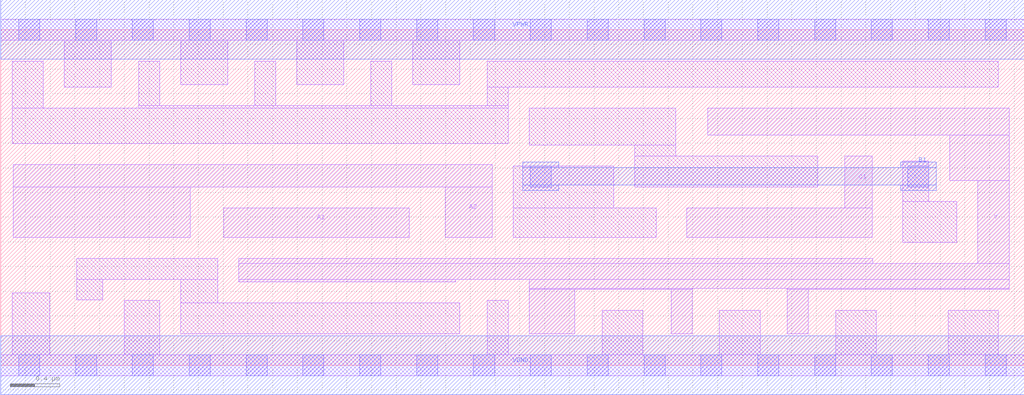
<source format=lef>
# Copyright 2020 The SkyWater PDK Authors
#
# Licensed under the Apache License, Version 2.0 (the "License");
# you may not use this file except in compliance with the License.
# You may obtain a copy of the License at
#
#     https://www.apache.org/licenses/LICENSE-2.0
#
# Unless required by applicable law or agreed to in writing, software
# distributed under the License is distributed on an "AS IS" BASIS,
# WITHOUT WARRANTIES OR CONDITIONS OF ANY KIND, either express or implied.
# See the License for the specific language governing permissions and
# limitations under the License.
#
# SPDX-License-Identifier: Apache-2.0

VERSION 5.7 ;
BUSBITCHARS "[]" ;
DIVIDERCHAR "/" ;
PROPERTYDEFINITIONS
  MACRO maskLayoutSubType STRING ;
  MACRO prCellType STRING ;
  MACRO originalViewName STRING ;
END PROPERTYDEFINITIONS
MACRO sky130_fd_sc_hdll__a211oi_4
  ORIGIN  0.000000  0.000000 ;
  CLASS CORE ;
  SYMMETRY X Y R90 ;
  SIZE  8.280000 BY  2.720000 ;
  SITE unithd ;
  PIN A1
    ANTENNAGATEAREA  1.110000 ;
    DIRECTION INPUT ;
    USE SIGNAL ;
    PORT
      LAYER li1 ;
        RECT 1.805000 1.035000 3.305000 1.275000 ;
    END
  END A1
  PIN A2
    ANTENNAGATEAREA  1.110000 ;
    DIRECTION INPUT ;
    USE SIGNAL ;
    PORT
      LAYER li1 ;
        RECT 0.100000 1.035000 1.535000 1.445000 ;
        RECT 0.100000 1.445000 3.975000 1.625000 ;
        RECT 3.595000 1.035000 3.975000 1.445000 ;
    END
  END A2
  PIN B1
    ANTENNAGATEAREA  0.555000 ;
    DIRECTION INPUT ;
    USE SIGNAL ;
    PORT
      LAYER met1 ;
        RECT 4.225000 1.415000 4.515000 1.460000 ;
        RECT 4.225000 1.460000 7.570000 1.600000 ;
        RECT 4.225000 1.600000 4.515000 1.645000 ;
        RECT 7.280000 1.415000 7.570000 1.460000 ;
        RECT 7.280000 1.600000 7.570000 1.645000 ;
    END
  END B1
  PIN C1
    ANTENNAGATEAREA  1.110000 ;
    DIRECTION INPUT ;
    USE SIGNAL ;
    PORT
      LAYER li1 ;
        RECT 5.550000 1.035000 7.050000 1.275000 ;
        RECT 6.830000 1.275000 7.050000 1.695000 ;
    END
  END C1
  PIN Y
    ANTENNADIFFAREA  1.985000 ;
    DIRECTION OUTPUT ;
    USE SIGNAL ;
    PORT
      LAYER li1 ;
        RECT 1.925000 0.675000 3.680000 0.695000 ;
        RECT 1.925000 0.695000 8.160000 0.825000 ;
        RECT 1.925000 0.825000 7.055000 0.865000 ;
        RECT 4.275000 0.255000 4.645000 0.615000 ;
        RECT 4.275000 0.615000 5.595000 0.625000 ;
        RECT 4.275000 0.625000 8.160000 0.695000 ;
        RECT 5.425000 0.255000 5.595000 0.615000 ;
        RECT 5.720000 1.865000 8.160000 2.085000 ;
        RECT 6.365000 0.255000 6.535000 0.615000 ;
        RECT 6.365000 0.615000 8.160000 0.625000 ;
        RECT 7.680000 1.495000 8.160000 1.865000 ;
        RECT 7.905000 0.825000 8.160000 1.495000 ;
    END
  END Y
  PIN VGND
    DIRECTION INOUT ;
    USE GROUND ;
    PORT
      LAYER met1 ;
        RECT 0.000000 -0.240000 8.280000 0.240000 ;
    END
  END VGND
  PIN VNB
    DIRECTION INOUT ;
    USE GROUND ;
    PORT
    END
  END VNB
  PIN VPB
    DIRECTION INOUT ;
    USE POWER ;
    PORT
    END
  END VPB
  PIN VPWR
    DIRECTION INOUT ;
    USE POWER ;
    PORT
      LAYER met1 ;
        RECT 0.000000 2.480000 8.280000 2.960000 ;
    END
  END VPWR
  OBS
    LAYER li1 ;
      RECT 0.000000 -0.085000 8.280000 0.085000 ;
      RECT 0.000000  2.635000 8.280000 2.805000 ;
      RECT 0.095000  0.085000 0.395000 0.585000 ;
      RECT 0.095000  1.795000 4.105000 2.085000 ;
      RECT 0.095000  2.085000 0.345000 2.465000 ;
      RECT 0.515000  2.255000 0.895000 2.635000 ;
      RECT 0.615000  0.530000 0.825000 0.695000 ;
      RECT 0.615000  0.695000 1.755000 0.865000 ;
      RECT 1.000000  0.085000 1.285000 0.525000 ;
      RECT 1.115000  2.085000 4.105000 2.105000 ;
      RECT 1.115000  2.105000 1.285000 2.465000 ;
      RECT 1.455000  0.255000 3.715000 0.505000 ;
      RECT 1.455000  0.505000 1.755000 0.695000 ;
      RECT 1.455000  2.275000 1.835000 2.635000 ;
      RECT 2.055000  2.105000 2.225000 2.465000 ;
      RECT 2.395000  2.275000 2.775000 2.635000 ;
      RECT 2.995000  2.105000 3.165000 2.465000 ;
      RECT 3.335000  2.275000 3.715000 2.635000 ;
      RECT 3.935000  0.085000 4.105000 0.525000 ;
      RECT 3.935000  2.105000 4.105000 2.255000 ;
      RECT 3.935000  2.255000 8.070000 2.465000 ;
      RECT 4.145000  1.035000 5.305000 1.275000 ;
      RECT 4.145000  1.275000 4.960000 1.615000 ;
      RECT 4.275000  1.785000 5.460000 2.085000 ;
      RECT 4.865000  0.085000 5.195000 0.445000 ;
      RECT 5.130000  1.445000 6.610000 1.695000 ;
      RECT 5.130000  1.695000 5.460000 1.785000 ;
      RECT 5.815000  0.085000 6.145000 0.445000 ;
      RECT 6.755000  0.085000 7.085000 0.445000 ;
      RECT 7.300000  0.995000 7.735000 1.325000 ;
      RECT 7.300000  1.325000 7.510000 1.655000 ;
      RECT 7.665000  0.085000 8.070000 0.445000 ;
    LAYER mcon ;
      RECT 0.145000 -0.085000 0.315000 0.085000 ;
      RECT 0.145000  2.635000 0.315000 2.805000 ;
      RECT 0.605000 -0.085000 0.775000 0.085000 ;
      RECT 0.605000  2.635000 0.775000 2.805000 ;
      RECT 1.065000 -0.085000 1.235000 0.085000 ;
      RECT 1.065000  2.635000 1.235000 2.805000 ;
      RECT 1.525000 -0.085000 1.695000 0.085000 ;
      RECT 1.525000  2.635000 1.695000 2.805000 ;
      RECT 1.985000 -0.085000 2.155000 0.085000 ;
      RECT 1.985000  2.635000 2.155000 2.805000 ;
      RECT 2.445000 -0.085000 2.615000 0.085000 ;
      RECT 2.445000  2.635000 2.615000 2.805000 ;
      RECT 2.905000 -0.085000 3.075000 0.085000 ;
      RECT 2.905000  2.635000 3.075000 2.805000 ;
      RECT 3.365000 -0.085000 3.535000 0.085000 ;
      RECT 3.365000  2.635000 3.535000 2.805000 ;
      RECT 3.825000 -0.085000 3.995000 0.085000 ;
      RECT 3.825000  2.635000 3.995000 2.805000 ;
      RECT 4.285000 -0.085000 4.455000 0.085000 ;
      RECT 4.285000  1.445000 4.455000 1.615000 ;
      RECT 4.285000  2.635000 4.455000 2.805000 ;
      RECT 4.745000 -0.085000 4.915000 0.085000 ;
      RECT 4.745000  2.635000 4.915000 2.805000 ;
      RECT 5.205000 -0.085000 5.375000 0.085000 ;
      RECT 5.205000  2.635000 5.375000 2.805000 ;
      RECT 5.665000 -0.085000 5.835000 0.085000 ;
      RECT 5.665000  2.635000 5.835000 2.805000 ;
      RECT 6.125000 -0.085000 6.295000 0.085000 ;
      RECT 6.125000  2.635000 6.295000 2.805000 ;
      RECT 6.585000 -0.085000 6.755000 0.085000 ;
      RECT 6.585000  2.635000 6.755000 2.805000 ;
      RECT 7.045000 -0.085000 7.215000 0.085000 ;
      RECT 7.045000  2.635000 7.215000 2.805000 ;
      RECT 7.340000  1.445000 7.510000 1.615000 ;
      RECT 7.505000 -0.085000 7.675000 0.085000 ;
      RECT 7.505000  2.635000 7.675000 2.805000 ;
      RECT 7.965000 -0.085000 8.135000 0.085000 ;
      RECT 7.965000  2.635000 8.135000 2.805000 ;
  END
  PROPERTY maskLayoutSubType "abstract" ;
  PROPERTY prCellType "standard" ;
  PROPERTY originalViewName "layout" ;
END sky130_fd_sc_hdll__a211oi_4
END LIBRARY

</source>
